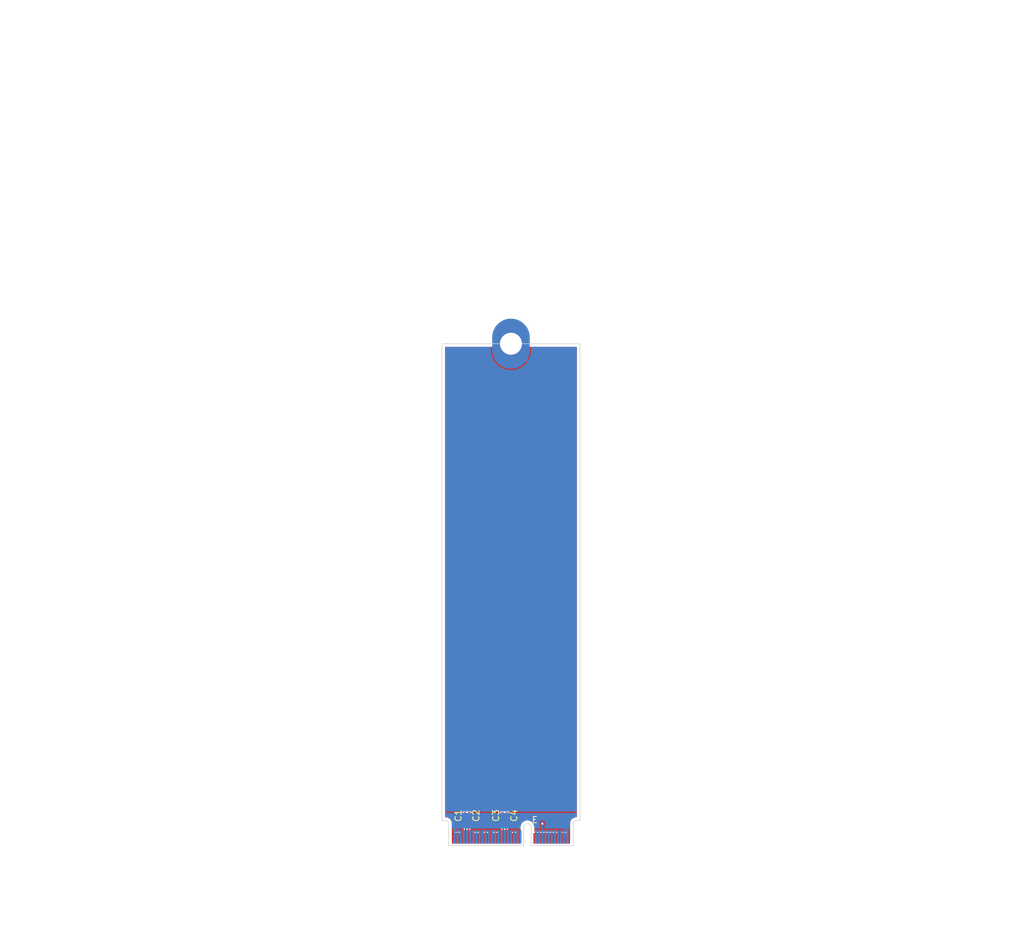
<source format=kicad_pcb>
(kicad_pcb (version 20241229) (generator "pcbnew") (generator_version "9.0")
  (layers (0 "F.Cu" signal) (2 "B.Cu" signal) (13 "F.Paste" user) (15 "B.Paste" user) (5 "F.SilkS" user "F.Silkscreen") (7 "B.SilkS" user "B.Silkscreen") (1 "F.Mask" user) (3 "B.Mask" user) (25 "Edge.Cuts" user))
  (net 0 "")
  (net 1 "/M.2 E Key/PET1P")
  (net 2 "/M.2 E Key/PET1N")
  (net 3 "/M.2 E Key/PET0P")
  (net 4 "/M.2 E Key/PET0N")
  (net 5 "GND")
  (net 6 "/PET0-")
  (net 7 "/PET1-")
  (net 8 "/PET1+")
  (net 9 "/PET0+")
  (net 10 "+3.3V")
  (net 11 "/USB_D+")
  (net 12 "/USB_D-")
  (net 13 "/LED#1")
  (net 14 "/I2S_SCK")
  (net 15 "/SDIO_CLK")
  (net 16 "/I2S_WS")
  (net 17 "/SDIO_CMD")
  (net 18 "/I2S_SD_OUT")
  (net 19 "/SDIO_DATA0")
  (net 20 "/I2S_SD_IN")
  (net 21 "/SDIO_DATA3")
  (net 22 "/LED#2")
  (net 23 "/SDIO_DATA2")
  (net 24 "/SDIO_DATA1")
  (net 25 "/UART_WAKE#")
  (net 26 "/SDIO__WAKE#")
  (net 27 "/UART_TXD")
  (net 28 "/SDIO_RESET#")
  (net 29 "/UART_RXD")
  (net 30 "/UARD_RTS")
  (net 31 "/PER0-")
  (net 32 "/UART_CTS")
  (net 33 "/PER0+")
  (net 39 "/REFCLK0+")
  (net 41 "/REFCLK0-")
  (net 42 "/SUSCLK")
  (net 43 "/PERST0#")
  (net 44 "/CLKREQ0#")
  (net 45 "/W_DISABLE2#")
  (net 46 "/PEWAKE#")
  (net 47 "/W_DISABLE1#")
  (net 48 "/I2C_DATA")
  (net 49 "/PER1+")
  (net 50 "/I2C_CLK")
  (net 51 "/PER1-")
  (net 52 "/ALERT#")
  (net 54 "/PERST1#")
  (net 55 "/CLKREQ1#")
  (net 56 "/PEWAKE1#")
  (net 57 "/REFCLK1+")
  (net 58 "/REFCLK1-")
  (footprint "Capacitor_SMD:C_0201_0603Metric" (layer "F.Cu") (at 102.66 153.43 90)
    (property "Reference" "C1" (at 0 -1.05 90) (layer "F.SilkS"))
    (property "Value" "220nF")
    (pad "1" smd roundrect (at -0.32 0 90) (size 0.46 0.4) (layers "F.Cu" "F.Mask") (net 2 "/M.2 E Key/PET1N"))
    (pad "2" smd roundrect (at 0.32 0 90) (size 0.46 0.4) (layers "F.Cu" "F.Mask") (net 7 "/PET1-"))
  )
  (footprint "Capacitor_SMD:C_0201_0603Metric" (layer "F.Cu") (at 109.36 153.43 90)
    (property "Reference" "C4" (at 0 1.14 90) (layer "F.SilkS"))
    (property "Value" "220nF")
    (pad "1" smd roundrect (at -0.32 0 90) (size 0.46 0.4) (layers "F.Cu" "F.Mask") (net 3 "/M.2 E Key/PET0P"))
    (pad "2" smd roundrect (at 0.32 0 90) (size 0.46 0.4) (layers "F.Cu" "F.Mask") (net 9 "/PET0+"))
  )
  (footprint "Athena KiCAd library:M.2 Mounting Pad" (layer "F.Cu") (at 110.01 78.2)
    (property "Reference" "H1")
    (property "Value" "MountingHole_Pad")
    (pad "1" thru_hole circle (at 0 0) (size 5.5 5.5) (drill 3.5) (property pad_prop_castellated) (layers "*.Cu" "*.Mask") (net 5 "GND") (padstack (mode front_inner_back) (layer "Inner" (shape circle) (size 5.5 5.5)) (layer "B.Cu" (shape oval) (size 6 8))))
  )
  (footprint "Capacitor_SMD:C_0201_0603Metric" (layer "F.Cu") (at 108.66 153.43 90)
    (property "Reference" "C3" (at 0 -1.05 90) (layer "F.SilkS"))
    (property "Value" "220nF")
    (pad "1" smd roundrect (at -0.32 0 90) (size 0.46 0.4) (layers "F.Cu" "F.Mask") (net 4 "/M.2 E Key/PET0N"))
    (pad "2" smd roundrect (at 0.32 0 90) (size 0.46 0.4) (layers "F.Cu" "F.Mask") (net 6 "/PET0-"))
  )
  (footprint "Capacitor_SMD:C_0201_0603Metric" (layer "F.Cu") (at 103.36 153.43 90)
    (property "Reference" "C2" (at 0 1.09 90) (layer "F.SilkS"))
    (property "Value" "220nF")
    (pad "1" smd roundrect (at -0.32 0 90) (size 0.46 0.4) (layers "F.Cu" "F.Mask") (net 1 "/M.2 E Key/PET1P"))
    (pad "2" smd roundrect (at 0.32 0 90) (size 0.46 0.4) (layers "F.Cu" "F.Mask") (net 8 "/PET1+"))
  )
  (footprint "PCIexpress:M.2 E Key Connector" (layer "F.Cu") (at 110.01 157.09)
    (property "Reference" "J1")
    (property "Value" "~")
    (fp_line (start -11 -2.89) (end -10.425 -2.89) (stroke (width 0.1)) (layer "Edge.Cuts") (net 1))
    (fp_line (start -9.925 -2.39) (end -9.925 1.11) (stroke (width 0.1)) (layer "Edge.Cuts") (net 1))
    (fp_line (start 2.02 -1.79) (end 2.02 1.11) (stroke (width 0.1)) (layer "Edge.Cuts") (net 1))
    (fp_line (start 2.02 1.11) (end -9.925 1.11) (stroke (width 0.1)) (layer "Edge.Cuts") (net 1))
    (fp_line (start 3.22 -1.79) (end 3.22 1.11) (stroke (width 0.1)) (layer "Edge.Cuts") (net 1))
    (fp_line (start 3.22 1.11) (end 9.925 1.11) (stroke (width 0.1)) (layer "Edge.Cuts") (net 1))
    (fp_line (start 9.925 -2.39) (end 9.925 1.11) (stroke (width 0.1)) (layer "Edge.Cuts") (net 1))
    (fp_line (start 10.425 -2.89) (end 11 -2.89) (stroke (width 0.1)) (layer "Edge.Cuts") (net 1))
    (fp_arc (start -10.425 -2.89) (mid -10.071447 -2.743553) (end -9.925 -2.39) (stroke (width 0.1)) (layer "Edge.Cuts") (net 1))
    (fp_arc (start 2.02 -1.79) (mid 2.62 -2.39) (end 3.22 -1.79) (stroke (width 0.1)) (layer "Edge.Cuts") (net 1))
    (fp_arc (start 9.925 -2.39) (mid 10.071447 -2.743553) (end 10.425 -2.89) (stroke (width 0.1)) (layer "Edge.Cuts") (net 1))
    (fp_text user "E" (at 3.245 -2.395 0) (layer "F.SilkS") (effects (justify left bottom)))
    (pad "1" smd rect (at 9.25 -0.04 180) (size 0.35 1.7) (layers "F.Cu") (net 5 "GND"))
    (pad "2" smd rect (at 9 -0.29 180) (size 0.35 2.2) (layers "B.Cu") (net 10 "+3.3V"))
    (pad "3" smd rect (at 8.75 -0.04 180) (size 0.35 1.7) (layers "F.Cu") (net 11 "/USB_D+"))
    (pad "4" smd rect (at 8.5 -0.29 180) (size 0.35 2.2) (layers "B.Cu") (net 10 "+3.3V"))
    (pad "5" smd rect (at 8.25 -0.04 180) (size 0.35 1.7) (layers "F.Cu") (net 12 "/USB_D-"))
    (pad "6" smd rect (at 8 -0.29 180) (size 0.35 2.2) (layers "B.Cu") (net 13 "/LED#1"))
    (pad "7" smd rect (at 7.75 -0.04 180) (size 0.35 1.7) (layers "F.Cu") (net 5 "GND"))
    (pad "8" smd rect (at 7.5 -0.29 180) (size 0.35 2.2) (layers "B.Cu") (net 14 "/I2S_SCK"))
    (pad "9" smd rect (at 7.25 -0.04 180) (size 0.35 1.7) (layers "F.Cu") (net 15 "/SDIO_CLK"))
    (pad "10" smd rect (at 7 -0.29 180) (size 0.35 2.2) (layers "B.Cu") (net 16 "/I2S_WS"))
    (pad "11" smd rect (at 6.75 -0.04 180) (size 0.35 1.7) (layers "F.Cu") (net 17 "/SDIO_CMD"))
    (pad "12" smd rect (at 6.5 -0.29 180) (size 0.35 2.2) (layers "B.Cu") (net 18 "/I2S_SD_OUT"))
    (pad "13" smd rect (at 6.25 -0.04 180) (size 0.35 1.7) (layers "F.Cu") (net 19 "/SDIO_DATA0"))
    (pad "14" smd rect (at 6 -0.29 180) (size 0.35 2.2) (layers "B.Cu") (net 20 "/I2S_SD_IN"))
    (pad "15" smd rect (at 5.75 -0.04 180) (size 0.35 1.7) (layers "F.Cu") (net 21 "/SDIO_DATA3"))
    (pad "16" smd rect (at 5.5 -0.29 180) (size 0.35 2.2) (layers "B.Cu") (net 22 "/LED#2"))
    (pad "17" smd rect (at 5.25 -0.04 180) (size 0.35 1.7) (layers "F.Cu") (net 23 "/SDIO_DATA2"))
    (pad "18" smd rect (at 5 -0.29 180) (size 0.35 2.2) (layers "B.Cu") (net 5 "GND"))
    (pad "19" smd rect (at 4.75 -0.04 180) (size 0.35 1.7) (layers "F.Cu") (net 24 "/SDIO_DATA1"))
    (pad "20" smd rect (at 4.5 -0.29 180) (size 0.35 2.2) (layers "B.Cu") (net 25 "/UART_WAKE#"))
    (pad "21" smd rect (at 4.25 -0.04 180) (size 0.35 1.7) (layers "F.Cu") (net 26 "/SDIO__WAKE#"))
    (pad "22" smd rect (at 4 -0.29 180) (size 0.35 2.2) (layers "B.Cu") (net 27 "/UART_TXD"))
    (pad "23" smd rect (at 3.75 -0.04 180) (size 0.35 1.7) (layers "F.Cu") (net 28 "/SDIO_RESET#"))
    (pad "32" smd rect (at 1.5 -0.29 180) (size 0.35 2.2) (layers "B.Cu") (net 29 "/UART_RXD"))
    (pad "33" smd rect (at 1.25 -0.04 180) (size 0.35 1.7) (layers "F.Cu") (net 5 "GND"))
    (pad "34" smd rect (at 1 -0.29 180) (size 0.35 2.2) (layers "B.Cu") (net 30 "/UARD_RTS"))
    (pad "35" smd rect (at 0.75 -0.04 180) (size 0.35 1.7) (layers "F.Cu") (net 31 "/PER0-"))
    (pad "36" smd rect (at 0.5 -0.29 180) (size 0.35 2.2) (layers "B.Cu") (net 32 "/UART_CTS"))
    (pad "37" smd rect (at 0.25 -0.04 180) (size 0.35 1.7) (layers "F.Cu") (net 33 "/PER0+"))
    (pad "38" smd rect (at 0 -0.29 180) (size 0.35 2.2) (layers "B.Cu"))
    (pad "39" smd rect (at -0.25 -0.04 180) (size 0.35 1.7) (layers "F.Cu") (net 5 "GND"))
    (pad "40" smd rect (at -0.5 -0.29 180) (size 0.35 2.2) (layers "B.Cu"))
    (pad "41" smd rect (at -0.75 -0.04 180) (size 0.35 1.7) (layers "F.Cu") (net 3 "/M.2 E Key/PET0P"))
    (pad "42" smd rect (at -1 -0.29 180) (size 0.35 2.2) (layers "B.Cu"))
    (pad "43" smd rect (at -1.25 -0.04 180) (size 0.35 1.7) (layers "F.Cu") (net 4 "/M.2 E Key/PET0N"))
    (pad "44" smd rect (at -1.5 -0.29 180) (size 0.35 2.2) (layers "B.Cu"))
    (pad "45" smd rect (at -1.75 -0.04 180) (size 0.35 1.7) (layers "F.Cu") (net 5 "GND"))
    (pad "46" smd rect (at -2 -0.29 180) (size 0.35 2.2) (layers "B.Cu"))
    (pad "47" smd rect (at -2.25 -0.04 180) (size 0.35 1.7) (layers "F.Cu") (net 39 "/REFCLK0+"))
    (pad "48" smd rect (at -2.5 -0.29 180) (size 0.35 2.2) (layers "B.Cu"))
    (pad "49" smd rect (at -2.75 -0.04 180) (size 0.35 1.7) (layers "F.Cu") (net 41 "/REFCLK0-"))
    (pad "50" smd rect (at -3 -0.29 180) (size 0.35 2.2) (layers "B.Cu") (net 42 "/SUSCLK"))
    (pad "51" smd rect (at -3.25 -0.04 180) (size 0.35 1.7) (layers "F.Cu") (net 5 "GND"))
    (pad "52" smd rect (at -3.5 -0.29 180) (size 0.35 2.2) (layers "B.Cu") (net 43 "/PERST0#"))
    (pad "53" smd rect (at -3.75 -0.04 180) (size 0.35 1.7) (layers "F.Cu") (net 44 "/CLKREQ0#"))
    (pad "54" smd rect (at -4 -0.29 180) (size 0.35 2.2) (layers "B.Cu") (net 45 "/W_DISABLE2#"))
    (pad "55" smd rect (at -4.25 -0.04 180) (size 0.35 1.7) (layers "F.Cu") (net 46 "/PEWAKE#"))
    (pad "56" smd rect (at -4.5 -0.29 180) (size 0.35 2.2) (layers "B.Cu") (net 47 "/W_DISABLE1#"))
    (pad "57" smd rect (at -4.75 -0.04 180) (size 0.35 1.7) (layers "F.Cu") (net 5 "GND"))
    (pad "58" smd rect (at -5 -0.29 180) (size 0.35 2.2) (layers "B.Cu") (net 48 "/I2C_DATA"))
    (pad "59" smd rect (at -5.25 -0.04 180) (size 0.35 1.7) (layers "F.Cu") (net 49 "/PER1+"))
    (pad "60" smd rect (at -5.5 -0.29 180) (size 0.35 2.2) (layers "B.Cu") (net 50 "/I2C_CLK"))
    (pad "61" smd rect (at -5.75 -0.04 180) (size 0.35 1.7) (layers "F.Cu") (net 51 "/PER1-"))
    (pad "62" smd rect (at -6 -0.29 180) (size 0.35 2.2) (layers "B.Cu") (net 52 "/ALERT#"))
    (pad "63" smd rect (at -6.25 -0.04 180) (size 0.35 1.7) (layers "F.Cu") (net 5 "GND"))
    (pad "64" smd rect (at -6.5 -0.29 180) (size 0.35 2.2) (layers "B.Cu"))
    (pad "65" smd rect (at -6.75 -0.04 180) (size 0.35 1.7) (layers "F.Cu") (net 1 "/M.2 E Key/PET1P"))
    (pad "66" smd rect (at -7 -0.29 180) (size 0.35 2.2) (layers "B.Cu") (net 54 "/PERST1#"))
    (pad "67" smd rect (at -7.25 -0.04 180) (size 0.35 1.7) (layers "F.Cu") (net 2 "/M.2 E Key/PET1N"))
    (pad "68" smd rect (at -7.5 -0.29 180) (size 0.35 2.2) (layers "B.Cu") (net 55 "/CLKREQ1#"))
    (pad "69" smd rect (at -7.75 -0.04 180) (size 0.35 1.7) (layers "F.Cu") (net 5 "GND"))
    (pad "70" smd rect (at -8 -0.29 180) (size 0.35 2.2) (layers "B.Cu") (net 56 "/PEWAKE1#"))
    (pad "71" smd rect (at -8.25 -0.04 180) (size 0.35 1.7) (layers "F.Cu") (net 57 "/REFCLK1+"))
    (pad "72" smd rect (at -8.5 -0.29 180) (size 0.35 2.2) (layers "B.Cu") (net 10 "+3.3V"))
    (pad "73" smd rect (at -8.75 -0.04 180) (size 0.35 1.7) (layers "F.Cu") (net 58 "/REFCLK1-"))
    (pad "74" smd rect (at -9 -0.29 180) (size 0.35 2.2) (layers "B.Cu") (net 10 "+3.3V"))
    (pad "75" smd rect (at -9.25 -0.04 180) (size 0.35 1.7) (layers "F.Cu") (net 5 "GND"))
  )
  (gr_line (start 99.01 78.2) (end 99.01 154.2) (stroke (width 0.1)) (layer "Edge.Cuts"))
  (gr_line (start 121.01 78.2) (end 99.01 78.2) (stroke (width 0.1)) (layer "Edge.Cuts"))
  (gr_line (start 121.01 154.2) (end 121.01 78.2) (stroke (width 0.1)) (layer "Edge.Cuts"))
  (segment (start 103.36 154.095001) (end 103.36 153.75) (width 0.2) (layer "F.Cu") (net 1))
  (segment (start 103.235 155.749999) (end 103.235 154.220001) (width 0.2) (layer "F.Cu") (net 1))
  (segment (start 103.26 157.05) (end 103.26 155.774999) (width 0.2) (layer "F.Cu") (net 1))
  (segment (start 103.26 155.774999) (end 103.235 155.749999) (width 0.2) (layer "F.Cu") (net 1))
  (segment (start 103.235 154.220001) (end 103.36 154.095001) (width 0.2) (layer "F.Cu") (net 1))
  (segment (start 102.76 155.774999) (end 102.785 155.749999) (width 0.2) (layer "F.Cu") (net 2))
  (segment (start 102.785 154.220001) (end 102.66 154.095001) (width 0.2) (layer "F.Cu") (net 2))
  (segment (start 102.785 155.749999) (end 102.785 154.220001) (width 0.2) (layer "F.Cu") (net 2))
  (segment (start 102.76 157.05) (end 102.76 155.774999) (width 0.2) (layer "F.Cu") (net 2))
  (segment (start 102.66 154.095001) (end 102.66 153.75) (width 0.2) (layer "F.Cu") (net 2))
  (segment (start 109.26 155.774999) (end 109.235 155.749999) (width 0.2) (layer "F.Cu") (net 3))
  (segment (start 109.36 154.095001) (end 109.36 153.75) (width 0.2) (layer "F.Cu") (net 3))
  (segment (start 109.235 154.220001) (end 109.36 154.095001) (width 0.2) (layer "F.Cu") (net 3))
  (segment (start 109.235 155.749999) (end 109.235 154.220001) (width 0.2) (layer "F.Cu") (net 3))
  (segment (start 109.26 157.05) (end 109.26 155.774999) (width 0.2) (layer "F.Cu") (net 3))
  (segment (start 108.785 155.749999) (end 108.785 154.220001) (width 0.2) (layer "F.Cu") (net 4))
  (segment (start 108.66 154.095001) (end 108.66 153.75) (width 0.2) (layer "F.Cu") (net 4))
  (segment (start 108.76 157.05) (end 108.76 155.774999) (width 0.2) (layer "F.Cu") (net 4))
  (segment (start 108.76 155.774999) (end 108.785 155.749999) (width 0.2) (layer "F.Cu") (net 4))
  (segment (start 108.785 154.220001) (end 108.66 154.095001) (width 0.2) (layer "F.Cu") (net 4))
  (via (at 115.01 154.71) (size 0.6) (drill 0.3) (layers "F.Cu" "B.Cu") (net 5))
  (segment (start 115.01 154.71) (end 115.01 156.8) (width 0.2) (layer "B.Cu") (net 5))
  (zone (net 5) (net_name "GND") (layers "F.Cu" "B.Cu") (connect_pads (clearance 0.2)) (min_thickness 0.15) (fill yes (thermal_gap 0.2) (thermal_bridge_width 0.35))
    (polygon (pts (xy 95.01 156.73) (xy 95.01 48.2) (xy 125.01 48.2) (xy 125.01 156.73)))
  )
  (zone (net 10) (net_name "+3.3V") (layer "B.Cu") (priority 1) (connect_pads (clearance 0.2)) (min_thickness 0.15) (fill yes (thermal_gap 0.2) (thermal_bridge_width 0.35))
    (polygon (pts (xy 121.01 156.73) (xy 121.01 153) (xy 99.01 153) (xy 99.01 156.73)))
  )
)
</source>
